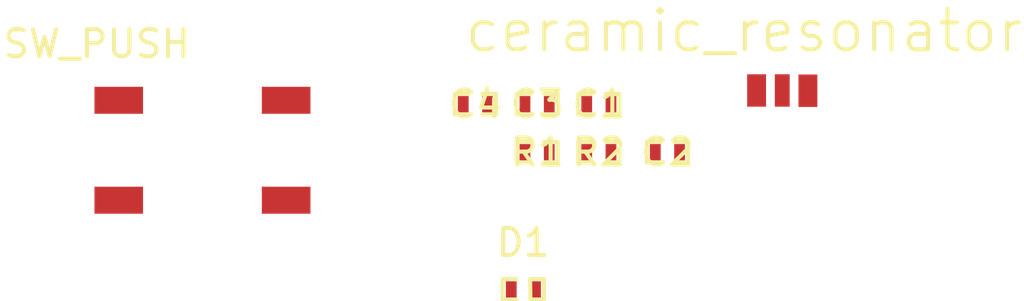
<source format=kicad_pcb>
(kicad_pcb (version 4) (host pcbnew "(2014-12-04 BZR 5312)-product")

  (general
    (links 12)
    (no_connects 12)
    (area 0 0 0 0)
    (thickness 1.6)
    (drawings 0)
    (tracks 0)
    (zones 0)
    (modules 9)
    (nets 10)
  )

  (page A4)
  (title_block
    (title Atmega328p)
    (date "Friday, January 02, 2015")
    (rev 1.0)
  )

  (layers
    (0 F.Cu signal)
    (31 B.Cu signal)
    (32 B.Adhes user)
    (33 F.Adhes user)
    (34 B.Paste user)
    (35 F.Paste user)
    (36 B.SilkS user)
    (37 F.SilkS user)
    (38 B.Mask user)
    (39 F.Mask user)
    (40 Dwgs.User user)
    (41 Cmts.User user)
    (42 Eco1.User user)
    (43 Eco2.User user)
    (44 Edge.Cuts user)
    (45 Margin user)
    (46 B.CrtYd user)
    (47 F.CrtYd user)
    (48 B.Fab user)
    (49 F.Fab user)
  )

  (setup
    (last_trace_width 0.254)
    (trace_clearance 0.254)
    (zone_clearance 0.508)
    (zone_45_only no)
    (trace_min 0.254)
    (segment_width 0.2)
    (edge_width 0.1)
    (via_size 0.889)
    (via_drill 0.635)
    (via_min_size 0.889)
    (via_min_drill 0.508)
    (uvia_size 0.508)
    (uvia_drill 0.127)
    (uvias_allowed no)
    (uvia_min_size 0.508)
    (uvia_min_drill 0.127)
    (pcb_text_width 0.3)
    (pcb_text_size 1.5 1.5)
    (mod_edge_width 0.15)
    (mod_text_size 1 1)
    (mod_text_width 0.15)
    (pad_size 1.5 1.5)
    (pad_drill 0.6)
    (pad_to_mask_clearance 0)
    (aux_axis_origin 0 0)
    (visible_elements 7FFFFFFF)
    (pcbplotparams
      (layerselection 0x00030_80000001)
      (usegerberextensions false)
      (excludeedgelayer true)
      (linewidth 0.100000)
      (plotframeref false)
      (viasonmask false)
      (mode 1)
      (useauxorigin false)
      (hpglpennumber 1)
      (hpglpenspeed 20)
      (hpglpendiameter 15)
      (hpglpenoverlay 2)
      (psnegative false)
      (psa4output false)
      (plotreference true)
      (plotvalue true)
      (plotinvisibletext false)
      (padsonsilk false)
      (subtractmaskfromsilk false)
      (outputformat 1)
      (mirror false)
      (drillshape 1)
      (scaleselection 1)
      (outputdirectory ""))
  )

  (net 0 "")
  (net 1 +5V)
  (net 2 GND)
  (net 3 "Net-(C3-Pad1)")
  (net 4 DTR)
  (net 5 RESET)
  (net 6 "Net-(D1-Pad1)")
  (net 7 SCK)
  (net 8 "Net-(IC1-Pad5)")
  (net 9 "Net-(IC1-Pad6)")

  (net_class Default "This is the default net class."
    (clearance 0.254)
    (trace_width 0.254)
    (via_dia 0.889)
    (via_drill 0.635)
    (uvia_dia 0.508)
    (uvia_drill 0.127)
    (add_net +5V)
    (add_net DTR)
    (add_net GND)
    (add_net "Net-(C3-Pad1)")
    (add_net "Net-(D1-Pad1)")
    (add_net "Net-(IC1-Pad5)")
    (add_net "Net-(IC1-Pad6)")
    (add_net RESET)
    (add_net SCK)
  )

  (module SMD_Packages:SMD-0402_c (layer F.Cu) (tedit 54A7577F) (tstamp 54A75798)
    (at 148.082 105.664)
    (path /54A73038)
    (attr smd)
    (fp_text reference C1 (at 0 0) (layer F.SilkS)
      (effects (font (size 1 1) (thickness 0.15)))
    )
    (fp_text value C (at 0.09906 0) (layer F.SilkS) hide
      (effects (font (size 1 1) (thickness 0.15)))
    )
    (fp_line (start -0.254 -0.381) (end -0.762 -0.381) (layer F.SilkS) (width 0.15))
    (fp_line (start -0.762 -0.381) (end -0.762 0.381) (layer F.SilkS) (width 0.15))
    (fp_line (start -0.762 0.381) (end -0.254 0.381) (layer F.SilkS) (width 0.15))
    (fp_line (start 0.254 -0.381) (end 0.762 -0.381) (layer F.SilkS) (width 0.15))
    (fp_line (start 0.762 -0.381) (end 0.762 0.381) (layer F.SilkS) (width 0.15))
    (fp_line (start 0.762 0.381) (end 0.254 0.381) (layer F.SilkS) (width 0.15))
    (pad 1 smd rect (at -0.44958 0) (size 0.39878 0.59944) (layers F.Cu F.Paste F.Mask)
      (net 1 +5V))
    (pad 2 smd rect (at 0.44958 0) (size 0.39878 0.59944) (layers F.Cu F.Paste F.Mask)
      (net 2 GND))
    (model SMD_Packages/SMD-0402_c.wrl
      (at (xyz 0 0 0))
      (scale (xyz 0.27 0.27 0.27))
      (rotate (xyz 0 0 0))
    )
  )

  (module SMD_Packages:SMD-0402_c (layer F.Cu) (tedit 54A7577F) (tstamp 54A7579E)
    (at 150.622 107.442)
    (path /54A7306D)
    (attr smd)
    (fp_text reference C2 (at 0 0) (layer F.SilkS)
      (effects (font (size 1 1) (thickness 0.15)))
    )
    (fp_text value C (at 0.09906 0) (layer F.SilkS) hide
      (effects (font (size 1 1) (thickness 0.15)))
    )
    (fp_line (start -0.254 -0.381) (end -0.762 -0.381) (layer F.SilkS) (width 0.15))
    (fp_line (start -0.762 -0.381) (end -0.762 0.381) (layer F.SilkS) (width 0.15))
    (fp_line (start -0.762 0.381) (end -0.254 0.381) (layer F.SilkS) (width 0.15))
    (fp_line (start 0.254 -0.381) (end 0.762 -0.381) (layer F.SilkS) (width 0.15))
    (fp_line (start 0.762 -0.381) (end 0.762 0.381) (layer F.SilkS) (width 0.15))
    (fp_line (start 0.762 0.381) (end 0.254 0.381) (layer F.SilkS) (width 0.15))
    (pad 1 smd rect (at -0.44958 0) (size 0.39878 0.59944) (layers F.Cu F.Paste F.Mask)
      (net 1 +5V))
    (pad 2 smd rect (at 0.44958 0) (size 0.39878 0.59944) (layers F.Cu F.Paste F.Mask)
      (net 2 GND))
    (model SMD_Packages/SMD-0402_c.wrl
      (at (xyz 0 0 0))
      (scale (xyz 0.27 0.27 0.27))
      (rotate (xyz 0 0 0))
    )
  )

  (module SMD_Packages:SMD-0402_c (layer F.Cu) (tedit 54A7577F) (tstamp 54A757A4)
    (at 145.796 105.664)
    (path /54A73224)
    (attr smd)
    (fp_text reference C3 (at 0 0) (layer F.SilkS)
      (effects (font (size 1 1) (thickness 0.15)))
    )
    (fp_text value C (at 0.09906 0) (layer F.SilkS) hide
      (effects (font (size 1 1) (thickness 0.15)))
    )
    (fp_line (start -0.254 -0.381) (end -0.762 -0.381) (layer F.SilkS) (width 0.15))
    (fp_line (start -0.762 -0.381) (end -0.762 0.381) (layer F.SilkS) (width 0.15))
    (fp_line (start -0.762 0.381) (end -0.254 0.381) (layer F.SilkS) (width 0.15))
    (fp_line (start 0.254 -0.381) (end 0.762 -0.381) (layer F.SilkS) (width 0.15))
    (fp_line (start 0.762 -0.381) (end 0.762 0.381) (layer F.SilkS) (width 0.15))
    (fp_line (start 0.762 0.381) (end 0.254 0.381) (layer F.SilkS) (width 0.15))
    (pad 1 smd rect (at -0.44958 0) (size 0.39878 0.59944) (layers F.Cu F.Paste F.Mask)
      (net 3 "Net-(C3-Pad1)"))
    (pad 2 smd rect (at 0.44958 0) (size 0.39878 0.59944) (layers F.Cu F.Paste F.Mask)
      (net 2 GND))
    (model SMD_Packages/SMD-0402_c.wrl
      (at (xyz 0 0 0))
      (scale (xyz 0.27 0.27 0.27))
      (rotate (xyz 0 0 0))
    )
  )

  (module SMD_Packages:SMD-0402_c (layer F.Cu) (tedit 54A7577F) (tstamp 54A757AA)
    (at 143.51 105.664)
    (path /54A7345E)
    (attr smd)
    (fp_text reference C4 (at 0 0) (layer F.SilkS)
      (effects (font (size 1 1) (thickness 0.15)))
    )
    (fp_text value C (at 0.09906 0) (layer F.SilkS) hide
      (effects (font (size 1 1) (thickness 0.15)))
    )
    (fp_line (start -0.254 -0.381) (end -0.762 -0.381) (layer F.SilkS) (width 0.15))
    (fp_line (start -0.762 -0.381) (end -0.762 0.381) (layer F.SilkS) (width 0.15))
    (fp_line (start -0.762 0.381) (end -0.254 0.381) (layer F.SilkS) (width 0.15))
    (fp_line (start 0.254 -0.381) (end 0.762 -0.381) (layer F.SilkS) (width 0.15))
    (fp_line (start 0.762 -0.381) (end 0.762 0.381) (layer F.SilkS) (width 0.15))
    (fp_line (start 0.762 0.381) (end 0.254 0.381) (layer F.SilkS) (width 0.15))
    (pad 1 smd rect (at -0.44958 0) (size 0.39878 0.59944) (layers F.Cu F.Paste F.Mask)
      (net 4 DTR))
    (pad 2 smd rect (at 0.44958 0) (size 0.39878 0.59944) (layers F.Cu F.Paste F.Mask)
      (net 5 RESET))
    (model SMD_Packages/SMD-0402_c.wrl
      (at (xyz 0 0 0))
      (scale (xyz 0.27 0.27 0.27))
      (rotate (xyz 0 0 0))
    )
  )

  (module custom_footprints:SMD-0402_LED (layer F.Cu) (tedit 54A74B28) (tstamp 54A757B0)
    (at 145.288 112.522)
    (path /54A74C59)
    (attr smd)
    (fp_text reference D1 (at -0.01 -1.73) (layer F.SilkS)
      (effects (font (size 1 1) (thickness 0.15)))
    )
    (fp_text value LED (at 0.15 1.65) (layer F.SilkS) hide
      (effects (font (size 1 1) (thickness 0.15)))
    )
    (fp_line (start 0.25 -0.38) (end 0.26 0.38) (layer F.SilkS) (width 0.15))
    (fp_line (start -0.254 -0.381) (end -0.762 -0.381) (layer F.SilkS) (width 0.15))
    (fp_line (start -0.762 -0.381) (end -0.762 0.381) (layer F.SilkS) (width 0.15))
    (fp_line (start -0.762 0.381) (end -0.254 0.381) (layer F.SilkS) (width 0.15))
    (fp_line (start 0.254 -0.381) (end 0.762 -0.381) (layer F.SilkS) (width 0.15))
    (fp_line (start 0.762 -0.381) (end 0.762 0.381) (layer F.SilkS) (width 0.15))
    (fp_line (start 0.762 0.381) (end 0.254 0.381) (layer F.SilkS) (width 0.15))
    (pad 1 smd rect (at -0.44958 0) (size 0.39878 0.59944) (layers F.Cu F.Paste F.Mask)
      (net 6 "Net-(D1-Pad1)"))
    (pad 2 smd rect (at 0.44958 0) (size 0.39878 0.59944) (layers F.Cu F.Paste F.Mask)
      (net 2 GND))
    (model SMD_Packages/SMD-0402.wrl
      (at (xyz 0 0 0.002))
      (scale (xyz 0.05 0.05 0.05))
      (rotate (xyz 0 0 0))
    )
  )

  (module SMD_Packages:SMD-0402_r (layer F.Cu) (tedit 54A7577F) (tstamp 54A757B6)
    (at 145.796 107.442)
    (path /54A74C10)
    (attr smd)
    (fp_text reference R1 (at 0 0) (layer F.SilkS)
      (effects (font (size 1 1) (thickness 0.15)))
    )
    (fp_text value R (at 0.09906 0) (layer F.SilkS) hide
      (effects (font (size 1 1) (thickness 0.15)))
    )
    (fp_line (start -0.254 -0.381) (end -0.762 -0.381) (layer F.SilkS) (width 0.15))
    (fp_line (start -0.762 -0.381) (end -0.762 0.381) (layer F.SilkS) (width 0.15))
    (fp_line (start -0.762 0.381) (end -0.254 0.381) (layer F.SilkS) (width 0.15))
    (fp_line (start 0.254 -0.381) (end 0.762 -0.381) (layer F.SilkS) (width 0.15))
    (fp_line (start 0.762 -0.381) (end 0.762 0.381) (layer F.SilkS) (width 0.15))
    (fp_line (start 0.762 0.381) (end 0.254 0.381) (layer F.SilkS) (width 0.15))
    (pad 1 smd rect (at -0.44958 0) (size 0.39878 0.59944) (layers F.Cu F.Paste F.Mask)
      (net 6 "Net-(D1-Pad1)"))
    (pad 2 smd rect (at 0.44958 0) (size 0.39878 0.59944) (layers F.Cu F.Paste F.Mask)
      (net 7 SCK))
    (model SMD_Packages/SMD-0402_r.wrl
      (at (xyz 0 0 0))
      (scale (xyz 0.27 0.27 0.27))
      (rotate (xyz 0 0 0))
    )
  )

  (module SMD_Packages:SMD-0402_r (layer F.Cu) (tedit 54A7577F) (tstamp 54A757BC)
    (at 148.082 107.442)
    (path /54A734A2)
    (attr smd)
    (fp_text reference R2 (at 0 0) (layer F.SilkS)
      (effects (font (size 1 1) (thickness 0.15)))
    )
    (fp_text value R (at 0.09906 0) (layer F.SilkS) hide
      (effects (font (size 1 1) (thickness 0.15)))
    )
    (fp_line (start -0.254 -0.381) (end -0.762 -0.381) (layer F.SilkS) (width 0.15))
    (fp_line (start -0.762 -0.381) (end -0.762 0.381) (layer F.SilkS) (width 0.15))
    (fp_line (start -0.762 0.381) (end -0.254 0.381) (layer F.SilkS) (width 0.15))
    (fp_line (start 0.254 -0.381) (end 0.762 -0.381) (layer F.SilkS) (width 0.15))
    (fp_line (start 0.762 -0.381) (end 0.762 0.381) (layer F.SilkS) (width 0.15))
    (fp_line (start 0.762 0.381) (end 0.254 0.381) (layer F.SilkS) (width 0.15))
    (pad 1 smd rect (at -0.44958 0) (size 0.39878 0.59944) (layers F.Cu F.Paste F.Mask)
      (net 1 +5V))
    (pad 2 smd rect (at 0.44958 0) (size 0.39878 0.59944) (layers F.Cu F.Paste F.Mask)
      (net 5 RESET))
    (model SMD_Packages/SMD-0402_r.wrl
      (at (xyz 0 0 0))
      (scale (xyz 0.27 0.27 0.27))
      (rotate (xyz 0 0 0))
    )
  )

  (module custom_footprints:switch_tactile_SM10 (layer F.Cu) (tedit 54A750AA) (tstamp 54A757C4)
    (at 130.302 109.22)
    (path /54A737E3)
    (solder_mask_margin 0.1)
    (clearance 0.1)
    (fp_text reference SW1 (at 3.14 2.49) (layer F.SilkS) hide
      (effects (font (size 1 1) (thickness 0.15)))
    )
    (fp_text value SW_PUSH (at -0.82 -5.79) (layer F.SilkS)
      (effects (font (size 1 1) (thickness 0.15)))
    )
    (pad 1 smd rect (at 0 0) (size 1.8 1) (layers F.Cu F.Paste F.Mask)
      (net 5 RESET))
    (pad 2 smd rect (at 0 -3.7) (size 1.8 1) (layers F.Cu F.Paste F.Mask)
      (net 2 GND))
    (pad 2 smd rect (at 6.2 -3.7) (size 1.8 1) (layers F.Cu F.Paste F.Mask)
      (net 2 GND))
    (pad 1 smd rect (at 6.2 0) (size 1.8 1) (layers F.Cu F.Paste F.Mask)
      (net 5 RESET))
  )

  (module custom_footprints:ceramic_resonator_smd (layer F.Cu) (tedit 54A74D0C) (tstamp 54A757CB)
    (at 153.924 105.156)
    (path /54A7401F)
    (solder_mask_margin 0.1)
    (clearance 0.1)
    (fp_text reference U1 (at 1.08 1.8) (layer F.SilkS) hide
      (effects (font (size 1.5 1.5) (thickness 0.15)))
    )
    (fp_text value ceramic_resonator (at -0.47 -2.21) (layer F.SilkS)
      (effects (font (size 1.5 1.5) (thickness 0.15)))
    )
    (pad 1 smd rect (at 0 0) (size 0.7 1.2) (layers F.Cu F.Paste F.Mask)
      (net 8 "Net-(IC1-Pad5)") (solder_mask_margin 0.1) (clearance 0.1))
    (pad 3 smd rect (at 0.95 0) (size 0.55 1.2) (layers F.Cu F.Paste F.Mask)
      (net 2 GND))
    (pad 2 smd rect (at 1.9 0.01) (size 0.7 1.2) (layers F.Cu F.Paste F.Mask)
      (net 9 "Net-(IC1-Pad6)"))
  )

)

</source>
